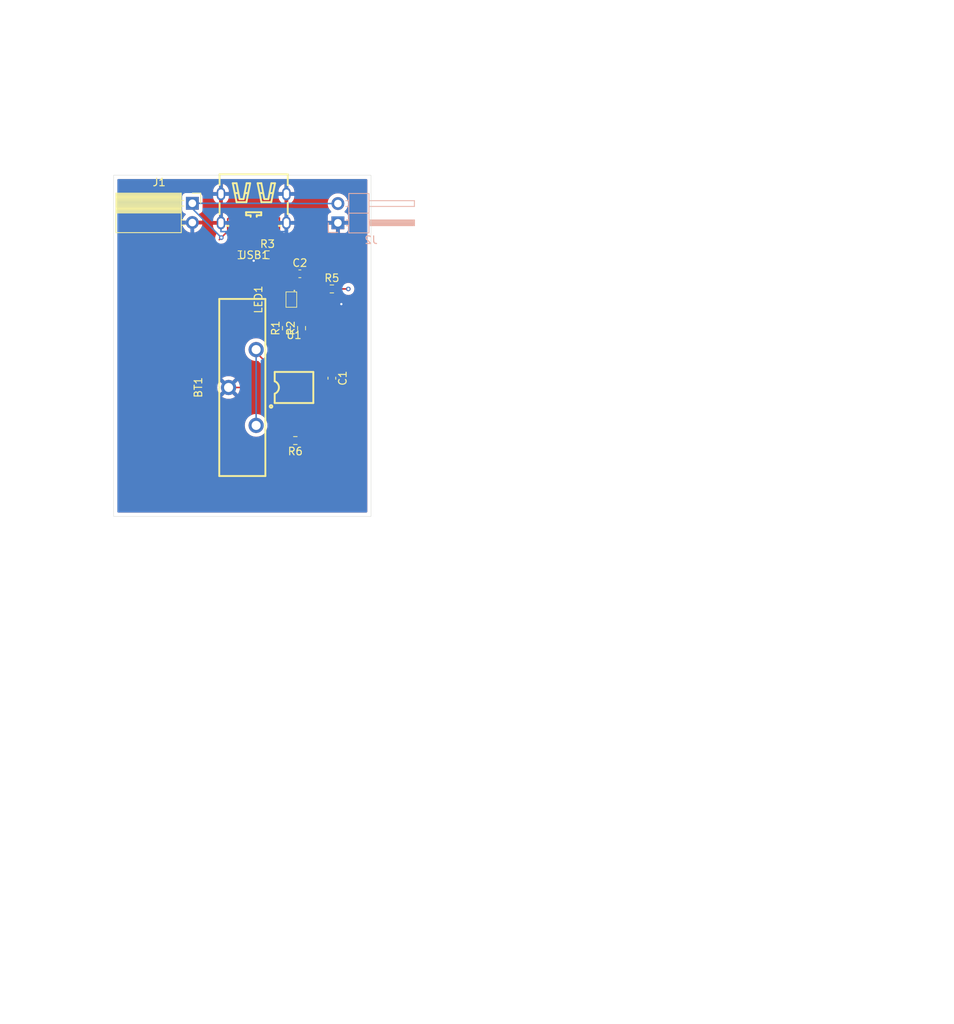
<source format=kicad_pcb>
(kicad_pcb (version 20240108) (generator "pcbnew") (generator_version "8.0")
  (layers (0 "F.Cu" signal) (31 "B.Cu" signal) (34 "B.Paste" user) (35 "F.Paste" user) (36 "B.SilkS" user "B.Silkscreen") (37 "F.SilkS" user "F.Silkscreen") (38 "B.Mask" user) (39 "F.Mask" user) (44 "Edge.Cuts" user))
  (net 0 "")
  (net 1 "GND")
  (net 2 "Net-(U1-BAT)")
  (net 3 "VCC")
  (net 4 "Net-(LED1-K1)")
  (net 5 "Net-(LED1-K2)")
  (net 6 "Net-(U1-~{CHRG})")
  (net 7 "Net-(U1-~{STDBY})")
  (net 8 "Net-(USB1-CC1)")
  (net 9 "Net-(USB1-CC2)")
  (net 10 "Net-(U1-PROG)")
  (net 13 "USBPWR")
  (footprint "Resistor_SMD:R_0603_1608Metric" (layer "F.Cu") (at 102.675 95.5 180)
    (property "Reference" "R4" (hide yes))
    (property "Value" "5.11k")
    (fp_line (start -0.237258 0.5225) (end 0.237258 0.5225) (stroke (width 0.12)) (layer "F.SilkS"))
    (fp_line (start -0.237258 -0.5225) (end 0.237258 -0.5225) (stroke (width 0.12)) (layer "F.SilkS"))
    (pad "1" smd roundrect (at -0.825 0 180) (size 0.8 0.95) (layers "F.Cu" "F.Paste" "F.Mask") (net 9 "Net-(USB1-CC2)"))
    (pad "2" smd roundrect (at 0.825 0 180) (size 0.8 0.95) (layers "F.Cu" "F.Paste" "F.Mask") (net 1 "GND"))
  )
  (footprint "Resistor_SMD:R_0603_1608Metric" (layer "F.Cu") (at 110 120 180)
    (property "Reference" "R6" (at 0 -1.43 0) (layer "F.SilkS"))
    (property "Value" "100k")
    (fp_line (start -0.237258 0.5225) (end 0.237258 0.5225) (stroke (width 0.12)) (layer "F.SilkS"))
    (fp_line (start -0.237258 -0.5225) (end 0.237258 -0.5225) (stroke (width 0.12)) (layer "F.SilkS"))
    (pad "1" smd roundrect (at -0.825 0 180) (size 0.8 0.95) (layers "F.Cu" "F.Paste" "F.Mask") (net 1 "GND"))
    (pad "2" smd roundrect (at 0.825 0 180) (size 0.8 0.95) (layers "F.Cu" "F.Paste" "F.Mask") (net 10 "Net-(U1-PROG)"))
  )
  (footprint "easyeda2kicad:TYPE-C-SMD_TYPE-C-6P_5" (layer "F.Cu") (at 104.5 89.5 180)
    (property "Reference" "USB1" (at 0 -6.03 0) (layer "F.SilkS"))
    (property "Value" "TYPE-C 6P(073)")
    (fp_line (start 4.5 4.62) (end 4.5 3.22) (stroke (width 0.25)) (layer "F.SilkS"))
    (fp_line (start 4.5 0.82) (end 4.5 -0.63) (stroke (width 0.25)) (layer "F.SilkS"))
    (fp_line (start 3.33 -2.18) (end 3.54 -2.18) (stroke (width 0.25)) (layer "F.SilkS"))
    (fp_line (start 2.76 3.45) (end 2.26 3.45) (stroke (width 0.25)) (layer "F.SilkS"))
    (fp_line (start 2.26 3.45) (end 1.86 1.35) (stroke (width 0.25)) (layer "F.SilkS"))
    (fp_line (start 2.26 0.95) (end 2.76 3.45) (stroke (width 0.25)) (layer "F.SilkS"))
    (fp_line (start 2.06 2.15) (end 2.46 2.15) (stroke (width 0.25)) (layer "F.SilkS"))
    (fp_line (start 1.86 1.35) (end 1.34 1.35) (stroke (width 0.25)) (layer "F.SilkS"))
    (fp_line (start 1.34 1.35) (end 0.93 3.45) (stroke (width 0.25)) (layer "F.SilkS"))
    (fp_line (start 1 -0.38) (end 1 -0.78) (stroke (width 0.25)) (layer "F.SilkS"))
    (fp_line (start 1 -0.78) (end 0.4 -0.78) (stroke (width 0.25)) (layer "F.SilkS"))
    (fp_line (start 0.96 0.95) (end 2.26 0.95) (stroke (width 0.25)) (layer "F.SilkS"))
    (fp_line (start 0.93 3.45) (end 0.46 3.45) (stroke (width 0.25)) (layer "F.SilkS"))
    (fp_line (start 0.76 2.15) (end 1.16 2.15) (stroke (width 0.25)) (layer "F.SilkS"))
    (fp_line (start 0.46 3.45) (end 0.96 0.95) (stroke (width 0.25)) (layer "F.SilkS"))
    (fp_line (start 0.4 -0.78) (end 0.4 -0.98) (stroke (width 0.25)) (layer "F.SilkS"))
    (fp_line (start -0.4 -0.78) (end -0.4 -0.98) (stroke (width 0.25)) (layer "F.SilkS"))
    (fp_line (start -0.52 3.45) (end -1.01 3.45) (stroke (width 0.25)) (layer "F.SilkS"))
    (fp_line (start -1 -0.38) (end -1 -0.78) (stroke (width 0.25)) (layer "F.SilkS"))
    (fp_line (start -1 -0.78) (end -0.4 -0.78) (stroke (width 0.25)) (layer "F.SilkS"))
    (fp_line (start -1.01 3.45) (end -1.41 1.35) (stroke (width 0.25)) (layer "F.SilkS"))
    (fp_line (start -1.01 -0.38) (end 1.01 -0.38) (stroke (width 0.25)) (layer "F.SilkS"))
    (fp_line (start -1.02 0.95) (end -0.52 3.45) (stroke (width 0.25)) (layer "F.SilkS"))
    (fp_line (start -1.22 2.15) (end -0.82 2.15) (stroke (width 0.25)) (layer "F.SilkS"))
    (fp_line (start -1.41 1.35) (end -1.94 1.35) (stroke (width 0.25)) (layer "F.SilkS"))
    (fp_line (start -1.94 1.35) (end -2.34 3.45) (stroke (width 0.25)) (layer "F.SilkS"))
    (fp_line (start -2.32 0.95) (end -1.02 0.95) (stroke (width 0.25)) (layer "F.SilkS"))
    (fp_line (start -2.34 3.45) (end -2.82 3.45) (stroke (width 0.25)) (layer "F.SilkS"))
    (fp_line (start -2.52 2.15) (end -2.12 2.15) (stroke (width 0.25)) (layer "F.SilkS"))
    (fp_line (start -2.82 3.45) (end -2.32 0.95) (stroke (width 0.25)) (layer "F.SilkS"))
    (fp_line (start -3.54 -2.18) (end -3.33 -2.18) (stroke (width 0.25)) (layer "F.SilkS"))
    (fp_line (start -4.5 4.62) (end 4.5 4.62) (stroke (width 0.25)) (layer "F.SilkS"))
    (fp_line (start -4.5 3.22) (end -4.5 3.2) (stroke (width 0.25)) (layer "F.SilkS"))
    (fp_line (start -4.5 3.2) (end -4.5 4.62) (stroke (width 0.25)) (layer "F.SilkS"))
    (fp_line (start -4.5 -0.58) (end -4.5 0.86) (stroke (width 0.25)) (layer "F.SilkS"))
    (fp_line (start -4.5 -0.58) (end -4.5 -0.62) (stroke (width 0.25)) (layer "F.SilkS"))
    (pad "7" thru_hole oval (at -4.32 -1.78 180) (size 1.1 1.7) (drill oval 0.700024 1.199998) (layers "*.Cu" "*.Mask") (net 1 "GND"))
    (pad "7" thru_hole oval (at -4.32 2.03 180) (size 1.1 1.7) (drill oval 0.700024 1.199998) (layers "*.Cu" "*.Mask") (net 1 "GND"))
    (pad "7" thru_hole oval (at 4.32 -1.78 180) (size 1.1 1.7) (drill oval 0.700024 1.199998) (layers "*.Cu" "*.Mask") (net 1 "GND"))
    (pad "7" thru_hole oval (at 4.32 2.03 180) (size 1.1 1.7) (drill oval 0.700024 1.199998) (layers "*.Cu" "*.Mask") (net 1 "GND"))
    (pad "A5" smd rect (at -0.5 -2.03 180) (size 0.7 1.2) (layers "F.Cu" "F.Paste" "F.Mask") (net 8 "Net-(USB1-CC1)"))
    (pad "A9" smd rect (at 1.5 -2.03 180) (size 0.7 1.2) (layers "F.Cu" "F.Paste" "F.Mask") (net 13 "USBPWR"))
    (pad "A12" smd rect (at 2.7 -2.03 180) (size 0.8 1.2) (layers "F.Cu" "F.Paste" "F.Mask") (net 1 "GND"))
    (pad "B5" smd rect (at 0.5 -2.03 180) (size 0.7 1.2) (layers "F.Cu" "F.Paste" "F.Mask") (net 9 "Net-(USB1-CC2)"))
    (pad "B9" smd rect (at -1.5 -2.03 180) (size 0.7 1.2) (layers "F.Cu" "F.Paste" "F.Mask") (net 13 "USBPWR"))
    (pad "B12" smd rect (at -2.7 -2.03 180) (size 0.8 1.2) (layers "F.Cu" "F.Paste" "F.Mask") (net 1 "GND"))
  )
  (footprint "easyeda2kicad:ESOP-8_L4.9-W3.9-P1.27-LS6.0-BL-EP" (layer "F.Cu") (at 109.825 113)
    (property "Reference" "U1" (at 0 -6.91 0) (layer "F.SilkS"))
    (property "Value" "TP4056_C725790")
    (fp_line (start -2.55 -2.05) (end 2.55 -2.05) (stroke (width 0.25)) (layer "F.SilkS"))
    (fp_line (start -2.55 -0.8) (end -2.55 -2.05) (stroke (width 0.25)) (layer "F.SilkS"))
    (fp_line (start -2.55 0.8) (end -2.55 2.05) (stroke (width 0.25)) (layer "F.SilkS"))
    (fp_line (start 2.55 -2.05) (end 2.55 2.05) (stroke (width 0.25)) (layer "F.SilkS"))
    (fp_line (start 2.55 2.05) (end -2.55 2.05) (stroke (width 0.25)) (layer "F.SilkS"))
    (fp_arc (start -2.505609 -0.80257) (mid -1.988586 -0.003085) (end -2.5 0.8) (stroke (width 0.25)) (layer "F.SilkS"))
    (fp_circle (center -3.03 2.5) (end -2.86 2.5) (stroke (width 0.25)) (fill none) (layer "F.SilkS"))
    (pad "1" smd rect (at -1.91 2.91) (size 0.6 1.2) (layers "F.Cu" "F.Paste" "F.Mask"))
    (pad "2" smd rect (at -0.64 2.91) (size 0.6 1.2) (layers "F.Cu" "F.Paste" "F.Mask") (net 10 "Net-(U1-PROG)"))
    (pad "3" smd rect (at 0.64 2.91) (size 0.6 1.2) (layers "F.Cu" "F.Paste" "F.Mask") (net 1 "GND"))
    (pad "4" smd rect (at 1.91 2.91) (size 0.6 1.2) (layers "F.Cu" "F.Paste" "F.Mask") (net 3 "VCC"))
    (pad "5" smd rect (at 1.91 -2.91) (size 0.6 1.2) (layers "F.Cu" "F.Paste" "F.Mask") (net 2 "Net-(U1-BAT)"))
    (pad "6" smd rect (at 0.64 -2.91) (size 0.6 1.2) (layers "F.Cu" "F.Paste" "F.Mask") (net 7 "Net-(U1-~{STDBY})"))
    (pad "7" smd rect (at -0.64 -2.91) (size 0.6 1.2) (layers "F.Cu" "F.Paste" "F.Mask") (net 6 "Net-(U1-~{CHRG})"))
    (pad "8" smd rect (at -1.91 -2.91) (size 0.6 1.2) (layers "F.Cu" "F.Paste" "F.Mask"))
    (pad "9" smd rect (at 0 0 180) (size 3.3 2.4) (layers "F.Cu" "F.Paste" "F.Mask") (net 1 "GND"))
  )
  (footprint "Capacitor_SMD:C_0603_1608Metric" (layer "F.Cu") (at 114.825 111.775 -90)
    (property "Reference" "C1" (at 0 -1.43 90) (layer "F.SilkS"))
    (property "Value" "10uF")
    (fp_line (start -0.14058 0.51) (end 0.14058 0.51) (stroke (width 0.12)) (layer "F.SilkS"))
    (fp_line (start -0.14058 -0.51) (end 0.14058 -0.51) (stroke (width 0.12)) (layer "F.SilkS"))
    (pad "1" smd roundrect (at -0.775 0 270) (size 0.9 0.95) (layers "F.Cu" "F.Paste" "F.Mask") (net 2 "Net-(U1-BAT)"))
    (pad "2" smd roundrect (at 0.775 0 270) (size 0.9 0.95) (layers "F.Cu" "F.Paste" "F.Mask") (net 1 "GND"))
  )
  (footprint "Resistor_SMD:R_0603_1608Metric" (layer "F.Cu") (at 114.825 100)
    (property "Reference" "R5" (at 0 -1.43 0) (layer "F.SilkS"))
    (property "Value" "0.4")
    (fp_line (start -0.237258 -0.5225) (end 0.237258 -0.5225) (stroke (width 0.12)) (layer "F.SilkS"))
    (fp_line (start -0.237258 0.5225) (end 0.237258 0.5225) (stroke (width 0.12)) (layer "F.SilkS"))
    (pad "1" smd roundrect (at -0.825 0) (size 0.8 0.95) (layers "F.Cu" "F.Paste" "F.Mask") (net 3 "VCC"))
    (pad "2" smd roundrect (at 0.825 0) (size 0.8 0.95) (layers "F.Cu" "F.Paste" "F.Mask") (net 13 "USBPWR"))
  )
  (footprint "Resistor_SMD:R_0603_1608Metric" (layer "F.Cu") (at 106.325 95.5)
    (property "Reference" "R3" (at 0 -1.43 0) (layer "F.SilkS"))
    (property "Value" "5.11k" (hide yes))
    (fp_line (start -0.237258 -0.5225) (end 0.237258 -0.5225) (stroke (width 0.12)) (layer "F.SilkS"))
    (fp_line (start -0.237258 0.5225) (end 0.237258 0.5225) (stroke (width 0.12)) (layer "F.SilkS"))
    (pad "1" smd roundrect (at -0.825 0) (size 0.8 0.95) (layers "F.Cu" "F.Paste" "F.Mask") (net 8 "Net-(USB1-CC1)"))
    (pad "2" smd roundrect (at 0.825 0) (size 0.8 0.95) (layers "F.Cu" "F.Paste" "F.Mask") (net 1 "GND"))
  )
  (footprint "easyeda2kicad:LED-SMD_4P-L1.6-W0.8-BR-RD" (layer "F.Cu") (at 109.475 101.4 90)
    (property "Reference" "LED1" (at 0 -4.35 90) (layer "F.SilkS"))
    (property "Value" "18-225A/R6GHC-A01/3T")
    (fp_line (start 1.01 -0.71) (end -1.01 -0.71) (stroke (width 0.1)) (layer "F.SilkS"))
    (fp_line (start -1.01 -0.71) (end -1.01 0.71) (stroke (width 0.1)) (layer "F.SilkS"))
    (fp_line (start 1.01 0.6) (end 1.01 -0.71) (stroke (width 0.1)) (layer "F.SilkS"))
    (fp_line (start 1.01 0.6) (end 1.01 0.71) (stroke (width 0.1)) (layer "F.SilkS"))
    (fp_line (start -1.01 0.71) (end 1.01 0.71) (stroke (width 0.1)) (layer "F.SilkS"))
    (fp_circle (center 1.18 0.4) (end 1.24 0.4) (stroke (width 0.1)) (fill none) (layer "F.SilkS"))
    (pad "1" smd rect (at 0.6 0.35 90) (size 0.5 0.4) (layers "F.Cu" "F.Paste" "F.Mask") (net 3 "VCC"))
    (pad "2" smd rect (at 0.6 -0.35 90) (size 0.5 0.4) (layers "F.Cu" "F.Paste" "F.Mask") (net 3 "VCC"))
    (pad "3" smd rect (at -0.6 -0.35 90) (size 0.5 0.4) (layers "F.Cu" "F.Paste" "F.Mask") (net 4 "Net-(LED1-K1)"))
    (pad "4" smd rect (at -0.6 0.35 90) (size 0.5 0.4) (layers "F.Cu" "F.Paste" "F.Mask") (net 5 "Net-(LED1-K2)"))
  )
  (footprint "Connector_PinSocket_2.54mm:PinSocket_1x02_P2.54mm_Horizontal" (layer "F.Cu") (at 96.4 88.7)
    (property "Reference" "J1" (at -4.38 -2.77 0) (layer "F.SilkS"))
    (property "Value" "Conn_01x02")
    (fp_line (start -10.09 -1.33) (end -10.09 3.87) (stroke (width 0.12)) (layer "F.SilkS"))
    (fp_line (start -10.09 -1.33) (end -1.46 -1.33) (stroke (width 0.12)) (layer "F.SilkS"))
    (fp_line (start -10.09 -1.21) (end -1.46 -1.21) (stroke (width 0.12)) (layer "F.SilkS"))
    (fp_line (start -10.09 -1.091905) (end -1.46 -1.091905) (stroke (width 0.12)) (layer "F.SilkS"))
    (fp_line (start -10.09 -0.97381) (end -1.46 -0.97381) (stroke (width 0.12)) (layer "F.SilkS"))
    (fp_line (start -10.09 -0.855715) (end -1.46 -0.855715) (stroke (width 0.12)) (layer "F.SilkS"))
    (fp_line (start -10.09 -0.73762) (end -1.46 -0.73762) (stroke (width 0.12)) (layer "F.SilkS"))
    (fp_line (start -10.09 -0.619525) (end -1.46 -0.619525) (stroke (width 0.12)) (layer "F.SilkS"))
    (fp_line (start -10.09 -0.50143) (end -1.46 -0.50143) (stroke (width 0.12)) (layer "F.SilkS"))
    (fp_line (start -10.09 -0.383335) (end -1.46 -0.383335) (stroke (width 0.12)) (layer "F.SilkS"))
    (fp_line (start -10.09 -0.26524) (end -1.46 -0.26524) (stroke (width 0.12)) (layer "F.SilkS"))
    (fp_line (start -10.09 -0.147145) (end -1.46 -0.147145) (stroke (width 0.12)) (layer "F.SilkS"))
    (fp_line (start -10.09 -0.02905) (end -1.46 -0.02905) (stroke (width 0.12)) (layer "F.SilkS"))
    (fp_line (start -10.09 0.089045) (end -1.46 0.089045) (stroke (width 0.12)) (layer "F.SilkS"))
    (fp_line (start -10.09 0.20714) (end -1.46 0.20714) (stroke (width 0.12)) (layer "F.SilkS"))
    (fp_line (start -10.09 0.325235) (end -1.46 0.325235) (stroke (width 0.12)) (layer "F.SilkS"))
    (fp_line (start -10.09 0.44333) (end -1.46 0.44333) (stroke (width 0.12)) (layer "F.SilkS"))
    (fp_line (start -10.09 0.561425) (end -1.46 0.561425) (stroke (width 0.12)) (layer "F.SilkS"))
    (fp_line (start -10.09 0.67952) (end -1.46 0.67952) (stroke (width 0.12)) (layer "F.SilkS"))
    (fp_line (start -10.09 0.797615) (end -1.46 0.797615) (stroke (width 0.12)) (layer "F.SilkS"))
    (fp_line (start -10.09 0.91571) (end -1.46 0.91571) (stroke (width 0.12)) (layer "F.SilkS"))
    (fp_line (start -10.09 1.033805) (end -1.46 1.033805) (stroke (width 0.12)) (layer "F.SilkS"))
    (fp_line (start -10.09 1.1519) (end -1.46 1.1519) (stroke (width 0.12)) (layer "F.SilkS"))
    (fp_line (start -10.09 1.27) (end -1.46 1.27) (stroke (width 0.12)) (layer "F.SilkS"))
    (fp_line (start -10.09 3.87) (end -1.46 3.87) (stroke (width 0.12)) (layer "F.SilkS"))
    (fp_line (start -1.46 -1.33) (end -1.46 3.87) (stroke (width 0.12)) (layer "F.SilkS"))
    (fp_line (start -1.46 -0.36) (end -1.11 -0.36) (stroke (width 0.12)) (layer "F.SilkS"))
    (fp_line (start -1.46 0.36) (end -1.11 0.36) (stroke (width 0.12)) (layer "F.SilkS"))
    (fp_line (start -1.46 2.18) (end -1.05 2.18) (stroke (width 0.12)) (layer "F.SilkS"))
    (fp_line (start -1.46 2.9) (end -1.05 2.9) (stroke (width 0.12)) (layer "F.SilkS"))
    (fp_line (start 0 -1.33) (end 1.11 -1.33) (stroke (width 0.12)) (layer "F.SilkS"))
    (fp_line (start 1.11 -1.33) (end 1.11 0) (stroke (width 0.12)) (layer "F.SilkS"))
    (pad "1" thru_hole rect (at 0 0) (size 1.7 1.7) (drill 1) (layers "*.Cu" "*.Mask") (net 13 "USBPWR"))
    (pad "2" thru_hole oval (at 0 2.54) (size 1.7 1.7) (drill 1) (layers "*.Cu" "*.Mask") (net 1 "GND"))
  )
  (footprint "Resistor_SMD:R_0603_1608Metric" (layer "F.Cu") (at 110.825 105.175 90)
    (property "Reference" "R2" (at 0 -1.43 90) (layer "F.SilkS"))
    (property "Value" "1k")
    (fp_line (start -0.237258 -0.5225) (end 0.237258 -0.5225) (stroke (width 0.12)) (layer "F.SilkS"))
    (fp_line (start -0.237258 0.5225) (end 0.237258 0.5225) (stroke (width 0.12)) (layer "F.SilkS"))
    (pad "1" smd roundrect (at -0.825 0 90) (size 0.8 0.95) (layers "F.Cu" "F.Paste" "F.Mask") (net 7 "Net-(U1-~{STDBY})"))
    (pad "2" smd roundrect (at 0.825 0 90) (size 0.8 0.95) (layers "F.Cu" "F.Paste" "F.Mask") (net 5 "Net-(LED1-K2)"))
  )
  (footprint "Capacitor_SMD:C_0603_1608Metric" (layer "F.Cu") (at 110.6 98)
    (property "Reference" "C2" (at 0 -1.43 0) (layer "F.SilkS"))
    (property "Value" "10uF")
    (fp_line (start -0.14058 -0.51) (end 0.14058 -0.51) (stroke (width 0.12)) (layer "F.SilkS"))
    (fp_line (start -0.14058 0.51) (end 0.14058 0.51) (stroke (width 0.12)) (layer "F.SilkS"))
    (pad "1" smd roundrect (at -0.775 0) (size 0.9 0.95) (layers "F.Cu" "F.Paste" "F.Mask") (net 3 "VCC"))
    (pad "2" smd roundrect (at 0.775 0) (size 0.9 0.95) (layers "F.Cu" "F.Paste" "F.Mask") (net 1 "GND"))
  )
  (footprint "Resistor_SMD:R_0603_1608Metric" (layer "F.Cu") (at 108.825 105.175 90)
    (property "Reference" "R1" (at 0 -1.43 90) (layer "F.SilkS"))
    (property "Value" "1k")
    (fp_line (start -0.237258 -0.5225) (end 0.237258 -0.5225) (stroke (width 0.12)) (layer "F.SilkS"))
    (fp_line (start -0.237258 0.5225) (end 0.237258 0.5225) (stroke (width 0.12)) (layer "F.SilkS"))
    (pad "1" smd roundrect (at -0.825 0 90) (size 0.8 0.95) (layers "F.Cu" "F.Paste" "F.Mask") (net 6 "Net-(U1-~{CHRG})"))
    (pad "2" smd roundrect (at 0.825 0 90) (size 0.8 0.95) (layers "F.Cu" "F.Paste" "F.Mask") (net 4 "Net-(LED1-K1)"))
  )
  (footprint "easyeda2kicad:BAT-TH_BS-05-A1BJ001" (layer "F.Cu") (at 103.005 113 90)
    (property "Reference" "BT1" (at 0 -5.82 90) (layer "F.SilkS"))
    (property "Value" "BS-05-A1BJ001")
    (fp_line (start 11.68 -3.05) (end 0.12 -3.05) (stroke (width 0.25)) (layer "F.SilkS"))
    (fp_line (start -0.12 -3.05) (end -11.68 -3.05) (stroke (width 0.25)) (layer "F.SilkS"))
    (fp_line (start -11.68 -3.05) (end -11.68 3.04) (stroke (width 0.25)) (layer "F.SilkS"))
    (fp_line (start 11.68 3.04) (end 11.68 -3.05) (stroke (width 0.25)) (layer "F.SilkS"))
    (fp_line (start 5.12 3.04) (end 11.68 3.04) (stroke (width 0.25)) (layer "F.SilkS"))
    (fp_line (start -4.88 3.04) (end 4.88 3.04) (stroke (width 0.25)) (layer "F.SilkS"))
    (fp_line (start -11.68 3.04) (end -5.12 3.04) (stroke (width 0.25)) (layer "F.SilkS"))
    (pad "1" thru_hole circle (at -5 1.82 90) (size 2 2) (drill 1.199998) (layers "*.Cu" "*.Mask") (net 2 "Net-(U1-BAT)"))
    (pad "1" thru_hole circle (at 5 1.82 90) (size 2 2) (drill 1.199998) (layers "*.Cu" "*.Mask") (net 2 "Net-(U1-BAT)"))
    (pad "2" thru_hole circle (at 0 -1.82 90) (size 2 2) (drill 1.199998) (layers "*.Cu" "*.Mask") (net 1 "GND"))
  )
  (footprint "Connector_PinHeader_2.54mm:PinHeader_1x02_P2.54mm_Horizontal" (layer "B.Cu") (at 115.625 91.275)
    (property "Reference" "J2" (at 4.385 2.27 360) (layer "B.SilkS") (effects (justify mirror)))
    (property "Value" "Conn_01x02")
    (fp_line (start -1.27 1.27) (end -1.27 0) (stroke (width 0.12)) (layer "B.SilkS"))
    (fp_line (start 0 1.27) (end -1.27 1.27) (stroke (width 0.12)) (layer "B.SilkS"))
    (fp_line (start 1.44 -3.87) (end 1.44 1.33) (stroke (width 0.12)) (layer "B.SilkS"))
    (fp_line (start 1.44 -2.92) (end 1.042929 -2.92) (stroke (width 0.12)) (layer "B.SilkS"))
    (fp_line (start 1.44 -2.16) (end 1.042929 -2.16) (stroke (width 0.12)) (layer "B.SilkS"))
    (fp_line (start 1.44 -0.38) (end 1.11 -0.38) (stroke (width 0.12)) (layer "B.SilkS"))
    (fp_line (start 1.44 0.38) (end 1.11 0.38) (stroke (width 0.12)) (layer "B.SilkS"))
    (fp_line (start 1.44 1.33) (end 4.1 1.33) (stroke (width 0.12)) (layer "B.SilkS"))
    (fp_line (start 4.1 -3.87) (end 1.44 -3.87) (stroke (width 0.12)) (layer "B.SilkS"))
    (fp_line (start 4.1 -2.92) (end 10.1 -2.92) (stroke (width 0.12)) (layer "B.SilkS"))
    (fp_line (start 4.1 -1.27) (end 1.44 -1.27) (stroke (width 0.12)) (layer "B.SilkS"))
    (fp_line (start 4.1 -0.38) (end 10.1 -0.38) (stroke (width 0.12)) (layer "B.SilkS"))
    (fp_line (start 4.1 1.33) (end 4.1 -3.87) (stroke (width 0.12)) (layer "B.SilkS"))
    (fp_line (start 10.1 -2.92) (end 10.1 -2.16) (stroke (width 0.12)) (layer "B.SilkS"))
    (fp_line (start 10.1 -2.16) (end 4.1 -2.16) (stroke (width 0.12)) (layer "B.SilkS"))
    (fp_line (start 10.1 -0.38) (end 10.1 0.38) (stroke (width 0.12)) (layer "B.SilkS"))
    (fp_line (start 10.1 -0.28) (end 4.1 -0.28) (stroke (width 0.12)) (layer "B.SilkS"))
    (fp_line (start 10.1 -0.16) (end 4.1 -0.16) (stroke (width 0.12)) (layer "B.SilkS"))
    (fp_line (start 10.1 -0.04) (end 4.1 -0.04) (stroke (width 0.12)) (layer "B.SilkS"))
    (fp_line (start 10.1 0.08) (end 4.1 0.08) (stroke (width 0.12)) (layer "B.SilkS"))
    (fp_line (start 10.1 0.2) (end 4.1 0.2) (stroke (width 0.12)) (layer "B.SilkS"))
    (fp_line (start 10.1 0.32) (end 4.1 0.32) (stroke (width 0.12)) (layer "B.SilkS"))
    (fp_line (start 10.1 0.38) (end 4.1 0.38) (stroke (width 0.12)) (layer "B.SilkS"))
    (pad "1" thru_hole rect (at 0 0) (size 1.7 1.7) (drill 1) (layers "*.Cu" "*.Mask") (net 1 "GND"))
    (pad "2" thru_hole oval (at 0 -2.54) (size 1.7 1.7) (drill 1) (layers "*.Cu" "*.Mask") (net 13 "USBPWR"))
  )
  (gr_rect (start 86 85) (end 120 130) (stroke (width 0.05)) (fill none) (layer "Edge.Cuts"))
  (segment (start 113.587352 100.775) (end 111.375 98.562648) (width 0.2) (layer "F.Cu") (net 1))
  (segment (start 101.8 95.45) (end 101.85 95.5) (width 0.2) (layer "F.Cu") (net 1))
  (segment (start 110.465 115.91) (end 110.465 116.8117) (width 0.2) (layer "F.Cu") (net 1))
  (segment (start 107.2 95.45) (end 107.15 95.5) (width 0.2) (layer "F.Cu") (net 1))
  (segment (start 113.375 100.8207) (end 111.77715 99.22285) (width 0.2) (layer "F.Cu") (net 1))
  (segment (start 102.6284 96.2784) (end 104.5 96.2784) (width 0.2) (layer "F.Cu") (net 1))
  (segment (start 116.0786 102) (end 116.0786 100.8207) (width 0.2) (layer "F.Cu") (net 1))
  (segment (start 110.825 116.8526) (end 110.825 120) (width 0.2) (layer "F.Cu") (net 1))
  (segment (start 101.185 113) (end 109.825 113) (width 0.2) (layer "F.Cu") (net 1))
  (segment (start 110.825 116.8526) (end 110.7841 116.8117) (width 0.2) (layer "F.Cu") (net 1))
  (segment (start 116.0786 113.1773) (end 116.0786 102) (width 0.2) (layer "F.Cu") (net 1))
  (segment (start 111.77715 99.22285) (end 111.375 98.8207) (width 0.2) (layer "F.Cu") (net 1))
  (segment (start 110.465 115.4591) (end 110.465 115.91) (width 0.2) (layer "F.Cu") (net 1))
  (segment (start 110.465 115.4591) (end 110.465 115.0083) (width 0.2) (layer "F.Cu") (net 1))
  (segment (start 110.825 116.8526) (end 112.4033 116.8526) (width 0.2) (layer "F.Cu") (net 1))
  (segment (start 109.825 113) (end 109.825 114.5017) (width 0.2) (layer "F.Cu") (net 1))
  (segment (start 112.4033 116.8526) (end 116.0786 113.1773) (width 0.2) (layer "F.Cu") (net 1))
  (segment (start 107.2 91.53) (end 107.2 95.45) (width 0.2) (layer "F.Cu") (net 1))
  (segment (start 106.3716 96.2784) (end 107.15 95.5) (width 0.2) (layer "F.Cu") (net 1))
  (segment (start 109.9584 114.5017) (end 109.825 114.5017) (width 0.2) (layer "F.Cu") (net 1))
  (segment (start 114.7 100.487648) (end 114.412648 100.775) (width 0.2) (layer "F.Cu") (net 1))
  (segment (start 111.375 98.562648) (end 111.375 98) (width 0.2) (layer "F.Cu") (net 1))
  (segment (start 110.687648 95.5) (end 114.7 99.512352) (width 0.2) (layer "F.Cu") (net 1))
  (segment (start 114.412648 100.775) (end 113.587352 100.775) (width 0.2) (layer "F.Cu") (net 1))
  (segment (start 112.3667 115.0083) (end 110.465 115.0083) (width 0.2) (layer "F.Cu") (net 1))
  (segment (start 104.5 96.2784) (end 106.3716 96.2784) (width 0.2) (layer "F.Cu") (net 1))
  (segment (start 107.15 95.5) (end 110.687648 95.5) (width 0.2) (layer "F.Cu") (net 1))
  (segment (start 101.85 95.5) (end 102.6284 96.2784) (width 0.2) (layer "F.Cu") (net 1))
  (segment (start 100.18 91.28) (end 100.18 87.47) (width 0.2) (layer "F.Cu") (net 1))
  (segment (start 110.465 115.0083) (end 109.9584 114.5017) (width 0.2) (layer "F.Cu") (net 1))
  (segment (start 114.825 112.55) (end 112.3667 115.0083) (width 0.2) (layer "F.Cu") (net 1))
  (segment (start 101.8 91.53) (end 101.8 95.45) (width 0.2) (layer "F.Cu") (net 1))
  (segment (start 110.7841 116.8117) (end 110.465 116.8117) (width 0.2) (layer "F.Cu") (net 1))
  (segment (start 116.0786 100.8207) (end 113.375 100.8207) (width 0.2) (layer "F.Cu") (net 1))
  (segment (start 114.7 99.512352) (end 114.7 100.487648) (width 0.2) (layer "F.Cu") (net 1))
  (segment (start 108.82 91.28) (end 108.82 87.47) (width 0.2) (layer "F.Cu") (net 1))
  (segment (start 111.375 98.8207) (end 111.375 98) (width 0.2) (layer "F.Cu") (net 1))
  (via (at 104.5 96.2784) (size 0.6) (drill 0.3) (layers "F.Cu" "B.Cu") (net 1))
  (via (at 116.0786 102) (size 0.6) (drill 0.3) (layers "F.Cu" "B.Cu") (net 1))
  (segment (start 108.825 91.275) (end 108.82 91.28) (width 0.2) (layer "B.Cu") (net 1))
  (segment (start 96.4 96.6) (end 96 97) (width 0.2) (layer "B.Cu") (net 1))
  (segment (start 115.625 91.275) (end 108.825 91.275) (width 0.2) (layer "B.Cu") (net 1))
  (segment (start 108.82 92.4317) (end 100.18 92.4317) (width 0.2) (layer "B.Cu") (net 1))
  (segment (start 100.18 91.28) (end 100.18 92.4317) (width 0.2) (layer "B.Cu") (net 1))
  (segment (start 108.82 91.28) (end 108.82 92.4317) (width 0.2) (layer "B.Cu") (net 1))
  (segment (start 96.4 91.24) (end 96.4 96.6) (width 0.2) (layer "B.Cu") (net 1))
  (segment (start 104.825 108) (end 104.825 108.3734) (width 0.2) (layer "F.Cu") (net 2))
  (segment (start 111.735 110.09) (end 111.735 110.9917) (width 0.2) (layer "F.Cu") (net 2))
  (segment (start 104.825 108.3734) (end 107.4433 110.9917) (width 0.2) (layer "F.Cu") (net 2))
  (segment (start 114.825 111) (end 111.7433 111) (width 0.2) (layer "F.Cu") (net 2))
  (segment (start 111.7433 111) (end 111.735 110.9917) (width 0.2) (layer "F.Cu") (net 2))
  (segment (start 107.4433 110.9917) (end 111.735 110.9917) (width 0.2) (layer "F.Cu") (net 2))
  (segment (start 104.825 118) (end 104.825 108) (width 0.2) (layer "B.Cu") (net 2))
  (segment (start 115.6398 113.0011) (end 115.6398 106.1131) (width 0.2) (layer "F.Cu") (net 3))
  (segment (start 113.825 100) (end 113.825 99.2224) (width 0.2) (layer "F.Cu") (net 3))
  (segment (start 109.825 100.5241) (end 109.825 100.2483) (width 0.2) (layer "F.Cu") (net 3))
  (segment (start 109.825 98) (end 109.825 100.2483) (width 0.2) (layer "F.Cu") (net 3))
  (segment (start 110.6419 97.1831) (end 109.825 98) (width 0.2) (layer "F.Cu") (net 3))
  (segment (start 111.7857 97.1831) (end 110.6419 97.1831) (width 0.2) (layer "F.Cu") (net 3))
  (segment (start 109.825 100.8) (end 110.3267 100.8) (width 0.2) (layer "F.Cu") (net 3))
  (segment (start 109.7258 100.6233) (end 109.7258 100.7008) (width 0.2) (layer "F.Cu") (net 3))
  (segment (start 109.7259 100.7008) (end 109.6267 100.8) (width 0.2) (layer "F.Cu") (net 3))
  (segment (start 109.125 100.8) (end 109.6267 100.8) (width 0.2) (layer "F.Cu") (net 3))
  (segment (start 115.6398 106.1131) (end 110.3267 100.8) (width 0.2) (layer "F.Cu") (net 3))
  (segment (start 109.7258 100.7008) (end 109.7259 100.7008) (width 0.2) (layer "F.Cu") (net 3))
  (segment (start 112.7309 115.91) (end 115.6398 113.0011) (width 0.2) (layer "F.Cu") (net 3))
  (segment (start 109.7259 100.7008) (end 109.825 100.8) (width 0.2) (layer "F.Cu") (net 3))
  (segment (start 113.825 99.2224) (end 111.7857 97.1831) (width 0.2) (layer "F.Cu") (net 3))
  (segment (start 109.825 100.5241) (end 109.7258 100.6233) (width 0.2) (layer "F.Cu") (net 3))
  (segment (start 111.735 115.91) (end 112.7309 115.91) (width 0.2) (layer "F.Cu") (net 3))
  (segment (start 109.125 104.05) (end 109.125 102) (width 0.2) (layer "F.Cu") (net 4))
  (segment (start 108.825 104.35) (end 109.125 104.05) (width 0.2) (layer "F.Cu") (net 4))
  (segment (start 110.825 104.35) (end 109.825 103.35) (width 0.2) (layer "F.Cu") (net 5))
  (segment (start 109.825 103.35) (end 109.825 102) (width 0.2) (layer "F.Cu") (net 5))
  (segment (start 108.825 106) (end 109.185 106.36) (width 0.2) (layer "F.Cu") (net 6))
  (segment (start 109.185 106.36) (end 109.185 110.09) (width 0.2) (layer "F.Cu") (net 6))
  (segment (start 110.465 106.36) (end 110.465 110.09) (width 0.2) (layer "F.Cu") (net 7))
  (segment (start 110.825 106) (end 110.465 106.36) (width 0.2) (layer "F.Cu") (net 7))
  (segment (start 105 91.53) (end 105 95) (width 0.2) (layer "F.Cu") (net 8))
  (segment (start 105 95) (end 105.5 95.5) (width 0.2) (layer "F.Cu") (net 8))
  (segment (start 104 91.53) (end 104 95) (width 0.2) (layer "F.Cu") (net 9))
  (segment (start 104 95) (end 103.5 95.5) (width 0.2) (layer "F.Cu") (net 9))
  (segment (start 109.185 115.91) (end 109.185 119.99) (width 0.2) (layer "F.Cu") (net 10))
  (segment (start 109.185 119.99) (end 109.175 120) (width 0.2) (layer "F.Cu") (net 10))
  (segment (start 115.475 100) (end 117 100) (width 0.2) (layer "F.Cu") (net 13))
  (segment (start 115.65 100) (end 115.65 99.525) (width 0.2) (layer "F.Cu") (net 13))
  (segment (start 107.9 90.63) (end 106.5 90.63) (width 0.2) (layer "F.Cu") (net 13))
  (segment (start 108.47 93) (end 107.9 92.43) (width 0.2) (layer "F.Cu") (net 13))
  (segment (start 102.9983 90.6283) (end 101.22 90.6283) (width 0.2) (layer "F.Cu") (net 13))
  (segment (start 103 90.7291) (end 103 90.63) (width 0.2) (layer "F.Cu") (net 13))
  (segment (start 101.065 91.9146) (end 101.065 92.395) (width 0.2) (layer "F.Cu") (net 13))
  (segment (start 103 90.63) (end 103.0017 90.6283) (width 0.2) (layer "F.Cu") (net 13))
  (segment (start 101.065 90.7833) (end 101.065 91.9146) (width 0.2) (layer "F.Cu") (net 13))
  (segment (start 100.23 93.23) (end 99.96 93.5) (width 0.2) (layer "F.Cu") (net 13))
  (segment (start 106 91.53) (end 106 90.6283) (width 0.2) (layer "F.Cu") (net 13))
  (segment (start 101.22 90.6283) (end 101.065 90.7833) (width 0.2) (layer "F.Cu") (net 13))
  (segment (start 103 90.63) (end 102.9983 90.6283) (width 0.2) (layer "F.Cu") (net 13))
  (segment (start 101.065 92.395) (end 100.23 93.23) (width 0.2) (layer "F.Cu") (net 13))
  (segment (start 103 91.53) (end 103 90.7291) (width 0.2) (layer "F.Cu") (net 13))
  (segment (start 109.125 93) (end 108.47 93) (width 0.2) (layer "F.Cu") (net 13))
  (segment (start 106.5 90.63) (end 106 91.13) (width 0.2) (layer "F.Cu") (net 13))
  (segment (start 103.0017 90.6283) (end 106 90.6283) (width 0.2) (layer "F.Cu") (net 13))
  (segment (start 115.65 99.525) (end 109.125 93) (width 0.2) (layer "F.Cu") (net 13))
  (segment (start 106 91.13) (end 106 91.53) (width 0.2) (layer "F.Cu") (net 13))
  (segment (start 107.9 92.43) (end 107.9 90.63) (width 0.2) (layer "F.Cu") (net 13))
  (via (at 117 100) (size 0.6) (drill 0.3) (layers "F.Cu" "B.Cu") (net 13))
  (via (at 100.23 93.23) (size 0.6) (drill 0.3) (layers "F.Cu" "B.Cu") (net 13))
  (segment (start 96.4 89.4) (end 100.23 93.23) (width 0.2) (layer "B.Cu") (net 13))
  (segment (start 115.625 88.735) (end 109.862918 88.735) (width 0.2) (layer "B.Cu") (net 13))
  (segment (start 109.827918 88.7) (end 96.4 88.7) (width 0.2) (layer "B.Cu") (net 13))
  (segment (start 109.862918 88.735) (end 109.827918 88.7) (width 0.2) (layer "B.Cu") (net 13))
  (segment (start 96.4 88.7) (end 96.4 89.4) (width 0.2) (layer "B.Cu") (net 13))
  (zone (net 1) (net_name "GND") (layers "F&B.Cu") (priority 1) (connect_pads (clearance 0.5)) (min_thickness 0.25) (fill yes (thermal_gap 0.5) (thermal_bridge_width 0.5))
    (polygon (pts (xy 82 78) (xy 197 74) (xy 197 197) (xy 71 194)))
  )
)
</source>
